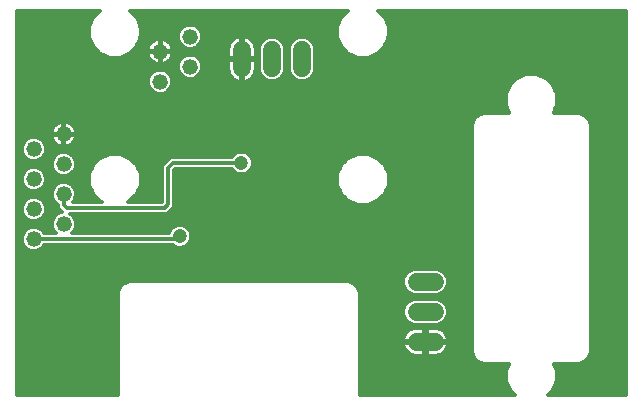
<source format=gtl>
G75*
G70*
%OFA0B0*%
%FSLAX24Y24*%
%IPPOS*%
%LPD*%
%AMOC8*
5,1,8,0,0,1.08239X$1,22.5*
%
%ADD10C,0.0520*%
%ADD11C,0.0600*%
%ADD12C,0.1581*%
%ADD13C,0.0120*%
%ADD14C,0.0475*%
D10*
X001195Y005812D03*
X002195Y006312D03*
X001195Y006812D03*
X002195Y007312D03*
X001195Y007812D03*
X002195Y008312D03*
X001195Y008812D03*
X002195Y009312D03*
X005408Y011064D03*
X006408Y011564D03*
X005408Y012064D03*
X006408Y012564D03*
D11*
X008136Y012114D02*
X008136Y011514D01*
X009136Y011514D02*
X009136Y012114D01*
X010136Y012114D02*
X010136Y011514D01*
X013954Y004388D02*
X014554Y004388D01*
X014554Y003388D02*
X013954Y003388D01*
X013954Y002388D02*
X014554Y002388D01*
D12*
X020199Y001341D03*
X020199Y012286D03*
X001380Y012286D03*
X001380Y001341D03*
D13*
X000640Y000600D02*
X000640Y013420D01*
X003394Y013420D01*
X003176Y013203D01*
X003046Y012889D01*
X003046Y012549D01*
X003176Y012235D01*
X003417Y011995D01*
X003730Y011865D01*
X004070Y011865D01*
X004384Y011995D01*
X004624Y012235D01*
X004754Y012549D01*
X004754Y012889D01*
X004624Y013203D01*
X004406Y013420D01*
X011662Y013420D01*
X011444Y013203D01*
X011314Y012889D01*
X011314Y012549D01*
X011444Y012235D01*
X011684Y011995D01*
X011998Y011865D01*
X012338Y011865D01*
X012651Y011995D01*
X012892Y012235D01*
X013022Y012549D01*
X013022Y012889D01*
X012892Y013203D01*
X012674Y013420D01*
X020940Y013420D01*
X020940Y000600D01*
X018335Y000600D01*
X018506Y000771D01*
X018636Y001085D01*
X018636Y001424D01*
X018541Y001653D01*
X019375Y001653D01*
X019552Y001726D01*
X019687Y001861D01*
X019760Y002037D01*
X019760Y009637D01*
X019687Y009814D01*
X019552Y009949D01*
X019375Y010022D01*
X018522Y010022D01*
X018636Y010297D01*
X018636Y010637D01*
X018506Y010951D01*
X018266Y011191D01*
X017952Y011321D01*
X017612Y011321D01*
X017298Y011191D01*
X017058Y010951D01*
X016928Y010637D01*
X016928Y010297D01*
X017043Y010022D01*
X016189Y010022D01*
X016012Y009949D01*
X015877Y009814D01*
X015804Y009637D01*
X015804Y002037D01*
X015877Y001861D01*
X016012Y001726D01*
X016189Y001653D01*
X017023Y001653D01*
X016928Y001424D01*
X016928Y001085D01*
X017058Y000771D01*
X017229Y000600D01*
X012057Y000600D01*
X012057Y004035D01*
X011984Y004211D01*
X011849Y004346D01*
X011673Y004419D01*
X004395Y004419D01*
X004219Y004346D01*
X004084Y004211D01*
X004011Y004035D01*
X004011Y000600D01*
X000640Y000600D01*
X000640Y000688D02*
X004011Y000688D01*
X004011Y000806D02*
X000640Y000806D01*
X000640Y000925D02*
X004011Y000925D01*
X004011Y001043D02*
X000640Y001043D01*
X000640Y001162D02*
X004011Y001162D01*
X004011Y001280D02*
X000640Y001280D01*
X000640Y001399D02*
X004011Y001399D01*
X004011Y001517D02*
X000640Y001517D01*
X000640Y001636D02*
X004011Y001636D01*
X004011Y001754D02*
X000640Y001754D01*
X000640Y001873D02*
X004011Y001873D01*
X004011Y001991D02*
X000640Y001991D01*
X000640Y002110D02*
X004011Y002110D01*
X004011Y002228D02*
X000640Y002228D01*
X000640Y002347D02*
X004011Y002347D01*
X004011Y002465D02*
X000640Y002465D01*
X000640Y002584D02*
X004011Y002584D01*
X004011Y002702D02*
X000640Y002702D01*
X000640Y002821D02*
X004011Y002821D01*
X004011Y002939D02*
X000640Y002939D01*
X000640Y003058D02*
X004011Y003058D01*
X004011Y003176D02*
X000640Y003176D01*
X000640Y003295D02*
X004011Y003295D01*
X004011Y003413D02*
X000640Y003413D01*
X000640Y003532D02*
X004011Y003532D01*
X004011Y003650D02*
X000640Y003650D01*
X000640Y003769D02*
X004011Y003769D01*
X004011Y003887D02*
X000640Y003887D01*
X000640Y004006D02*
X004011Y004006D01*
X004048Y004124D02*
X000640Y004124D01*
X000640Y004243D02*
X004116Y004243D01*
X004255Y004361D02*
X000640Y004361D01*
X000640Y004480D02*
X013516Y004480D01*
X013514Y004476D02*
X013514Y004301D01*
X013581Y004139D01*
X013705Y004015D01*
X013867Y003948D01*
X014642Y003948D01*
X014804Y004015D01*
X014928Y004139D01*
X014994Y004301D01*
X014994Y004476D01*
X014928Y004638D01*
X014804Y004761D01*
X014642Y004828D01*
X013867Y004828D01*
X013705Y004761D01*
X013581Y004638D01*
X013514Y004476D01*
X013514Y004361D02*
X011813Y004361D01*
X011952Y004243D02*
X013539Y004243D01*
X013596Y004124D02*
X012020Y004124D01*
X012057Y004006D02*
X013728Y004006D01*
X013867Y003828D02*
X013705Y003761D01*
X013581Y003638D01*
X013514Y003476D01*
X013514Y003301D01*
X013581Y003139D01*
X013705Y003015D01*
X013867Y002948D01*
X014642Y002948D01*
X014804Y003015D01*
X014928Y003139D01*
X014994Y003301D01*
X014994Y003476D01*
X014928Y003638D01*
X014804Y003761D01*
X014642Y003828D01*
X013867Y003828D01*
X013723Y003769D02*
X012057Y003769D01*
X012057Y003887D02*
X015804Y003887D01*
X015804Y003769D02*
X014786Y003769D01*
X014915Y003650D02*
X015804Y003650D01*
X015804Y003532D02*
X014971Y003532D01*
X014994Y003413D02*
X015804Y003413D01*
X015804Y003295D02*
X014992Y003295D01*
X014943Y003176D02*
X015804Y003176D01*
X015804Y003058D02*
X014846Y003058D01*
X014731Y002815D02*
X014662Y002837D01*
X014591Y002848D01*
X014294Y002848D01*
X014294Y002428D01*
X014214Y002428D01*
X014214Y002348D01*
X013495Y002348D01*
X013506Y002281D01*
X013528Y002212D01*
X013561Y002147D01*
X013604Y002089D01*
X013655Y002037D01*
X013713Y001995D01*
X013778Y001962D01*
X013847Y001940D01*
X013918Y001928D01*
X014214Y001928D01*
X014214Y002348D01*
X014294Y002348D01*
X014294Y001928D01*
X014591Y001928D01*
X014662Y001940D01*
X014731Y001962D01*
X014796Y001995D01*
X014854Y002037D01*
X014905Y002089D01*
X014948Y002147D01*
X014981Y002212D01*
X015003Y002281D01*
X015014Y002348D01*
X014294Y002348D01*
X014294Y002428D01*
X015014Y002428D01*
X015003Y002496D01*
X014981Y002565D01*
X014948Y002629D01*
X014905Y002688D01*
X014854Y002739D01*
X014796Y002782D01*
X014731Y002815D01*
X014712Y002821D02*
X015804Y002821D01*
X015804Y002939D02*
X012057Y002939D01*
X012057Y002821D02*
X013797Y002821D01*
X013778Y002815D02*
X013713Y002782D01*
X013655Y002739D01*
X013604Y002688D01*
X013561Y002629D01*
X013528Y002565D01*
X013506Y002496D01*
X013495Y002428D01*
X014214Y002428D01*
X014214Y002848D01*
X013918Y002848D01*
X013847Y002837D01*
X013778Y002815D01*
X013618Y002702D02*
X012057Y002702D01*
X012057Y002584D02*
X013538Y002584D01*
X013501Y002465D02*
X012057Y002465D01*
X012057Y002347D02*
X013495Y002347D01*
X013523Y002228D02*
X012057Y002228D01*
X012057Y002110D02*
X013588Y002110D01*
X013721Y001991D02*
X012057Y001991D01*
X012057Y001873D02*
X015872Y001873D01*
X015823Y001991D02*
X014788Y001991D01*
X014921Y002110D02*
X015804Y002110D01*
X015804Y002228D02*
X014986Y002228D01*
X015014Y002347D02*
X015804Y002347D01*
X015804Y002465D02*
X015008Y002465D01*
X014971Y002584D02*
X015804Y002584D01*
X015804Y002702D02*
X014891Y002702D01*
X014294Y002702D02*
X014214Y002702D01*
X014214Y002584D02*
X014294Y002584D01*
X014294Y002465D02*
X014214Y002465D01*
X014214Y002347D02*
X014294Y002347D01*
X014294Y002228D02*
X014214Y002228D01*
X014214Y002110D02*
X014294Y002110D01*
X014294Y001991D02*
X014214Y001991D01*
X014214Y002821D02*
X014294Y002821D01*
X013663Y003058D02*
X012057Y003058D01*
X012057Y003176D02*
X013566Y003176D01*
X013517Y003295D02*
X012057Y003295D01*
X012057Y003413D02*
X013514Y003413D01*
X013538Y003532D02*
X012057Y003532D01*
X012057Y003650D02*
X013594Y003650D01*
X014781Y004006D02*
X015804Y004006D01*
X015804Y004124D02*
X014913Y004124D01*
X014970Y004243D02*
X015804Y004243D01*
X015804Y004361D02*
X014994Y004361D01*
X014993Y004480D02*
X015804Y004480D01*
X015804Y004598D02*
X014944Y004598D01*
X014848Y004717D02*
X015804Y004717D01*
X015804Y004835D02*
X000640Y004835D01*
X000640Y004717D02*
X013661Y004717D01*
X013565Y004598D02*
X000640Y004598D01*
X000640Y004954D02*
X015804Y004954D01*
X015804Y005072D02*
X000640Y005072D01*
X000640Y005191D02*
X015804Y005191D01*
X015804Y005309D02*
X000640Y005309D01*
X000640Y005428D02*
X001077Y005428D01*
X001116Y005412D02*
X000969Y005472D01*
X000856Y005585D01*
X000795Y005732D01*
X000795Y005891D01*
X000856Y006038D01*
X000969Y006151D01*
X001116Y006212D01*
X001275Y006212D01*
X001422Y006151D01*
X001535Y006038D01*
X001546Y006012D01*
X001930Y006012D01*
X001856Y006085D01*
X001795Y006232D01*
X001795Y006391D01*
X001856Y006538D01*
X001969Y006651D01*
X002116Y006712D01*
X002144Y006712D01*
X001995Y006861D01*
X001995Y006961D01*
X001969Y006972D01*
X001856Y007085D01*
X001795Y007232D01*
X001795Y007391D01*
X001856Y007538D01*
X001969Y007651D01*
X002116Y007712D01*
X002275Y007712D01*
X002422Y007651D01*
X002535Y007538D01*
X002595Y007391D01*
X002595Y007232D01*
X002535Y007085D01*
X002502Y007053D01*
X003468Y007053D01*
X003417Y007074D01*
X003176Y007314D01*
X003046Y007628D01*
X003046Y007968D01*
X003176Y008281D01*
X003417Y008522D01*
X003730Y008651D01*
X004070Y008651D01*
X004384Y008522D01*
X004624Y008281D01*
X004754Y007968D01*
X004754Y007628D01*
X004624Y007314D01*
X004384Y007074D01*
X004333Y007053D01*
X005471Y007053D01*
X005472Y007054D01*
X005472Y008274D01*
X005629Y008432D01*
X005746Y008549D01*
X007787Y008549D01*
X007793Y008563D01*
X007899Y008669D01*
X008038Y008726D01*
X008188Y008726D01*
X008327Y008669D01*
X008433Y008563D01*
X008490Y008424D01*
X008490Y008274D01*
X008433Y008135D01*
X008327Y008029D01*
X008188Y007971D01*
X008038Y007971D01*
X007899Y008029D01*
X007793Y008135D01*
X007787Y008149D01*
X005912Y008149D01*
X005872Y008109D01*
X005872Y006888D01*
X005755Y006771D01*
X005637Y006653D01*
X002417Y006653D01*
X002422Y006651D01*
X002535Y006538D01*
X002595Y006391D01*
X002595Y006232D01*
X002535Y006085D01*
X002461Y006012D01*
X005700Y006012D01*
X005745Y006122D01*
X005852Y006228D01*
X005990Y006286D01*
X006141Y006286D01*
X006279Y006228D01*
X006386Y006122D01*
X006443Y005983D01*
X006443Y005833D01*
X006386Y005694D01*
X006279Y005588D01*
X006141Y005531D01*
X005990Y005531D01*
X005852Y005588D01*
X005828Y005612D01*
X001546Y005612D01*
X001535Y005585D01*
X001422Y005472D01*
X001275Y005412D01*
X001116Y005412D01*
X001314Y005428D02*
X015804Y005428D01*
X015804Y005546D02*
X006179Y005546D01*
X006356Y005665D02*
X015804Y005665D01*
X015804Y005783D02*
X006422Y005783D01*
X006443Y005902D02*
X015804Y005902D01*
X015804Y006020D02*
X006428Y006020D01*
X006369Y006139D02*
X015804Y006139D01*
X015804Y006257D02*
X006209Y006257D01*
X005922Y006257D02*
X002595Y006257D01*
X002595Y006376D02*
X015804Y006376D01*
X015804Y006494D02*
X002553Y006494D01*
X002460Y006613D02*
X015804Y006613D01*
X015804Y006731D02*
X005715Y006731D01*
X005833Y006850D02*
X015804Y006850D01*
X015804Y006968D02*
X012396Y006968D01*
X012338Y006944D02*
X012651Y007074D01*
X012892Y007314D01*
X013022Y007628D01*
X013022Y007968D01*
X012892Y008281D01*
X012651Y008522D01*
X012338Y008651D01*
X011998Y008651D01*
X011684Y008522D01*
X011444Y008281D01*
X011314Y007968D01*
X011314Y007628D01*
X011444Y007314D01*
X011684Y007074D01*
X011998Y006944D01*
X012338Y006944D01*
X012664Y007087D02*
X015804Y007087D01*
X015804Y007205D02*
X012783Y007205D01*
X012896Y007324D02*
X015804Y007324D01*
X015804Y007442D02*
X012945Y007442D01*
X012994Y007561D02*
X015804Y007561D01*
X015804Y007679D02*
X013022Y007679D01*
X013022Y007798D02*
X015804Y007798D01*
X015804Y007916D02*
X013022Y007916D01*
X012994Y008035D02*
X015804Y008035D01*
X015804Y008153D02*
X012945Y008153D01*
X012896Y008272D02*
X015804Y008272D01*
X015804Y008390D02*
X012783Y008390D01*
X012664Y008509D02*
X015804Y008509D01*
X015804Y008627D02*
X012396Y008627D01*
X011940Y008627D02*
X008368Y008627D01*
X008455Y008509D02*
X011672Y008509D01*
X011553Y008390D02*
X008490Y008390D01*
X008489Y008272D02*
X011440Y008272D01*
X011391Y008153D02*
X008440Y008153D01*
X008332Y008035D02*
X011342Y008035D01*
X011314Y007916D02*
X005872Y007916D01*
X005872Y007798D02*
X011314Y007798D01*
X011314Y007679D02*
X005872Y007679D01*
X005872Y007561D02*
X011342Y007561D01*
X011391Y007442D02*
X005872Y007442D01*
X005872Y007324D02*
X011440Y007324D01*
X011553Y007205D02*
X005872Y007205D01*
X005872Y007087D02*
X011672Y007087D01*
X011940Y006968D02*
X005872Y006968D01*
X005672Y006971D02*
X005672Y008191D01*
X005829Y008349D01*
X008113Y008349D01*
X007857Y008627D02*
X004128Y008627D01*
X004396Y008509D02*
X005706Y008509D01*
X005588Y008390D02*
X004515Y008390D01*
X004628Y008272D02*
X005472Y008272D01*
X005472Y008153D02*
X004677Y008153D01*
X004726Y008035D02*
X005472Y008035D01*
X005472Y007916D02*
X004754Y007916D01*
X004754Y007798D02*
X005472Y007798D01*
X005472Y007679D02*
X004754Y007679D01*
X004726Y007561D02*
X005472Y007561D01*
X005472Y007442D02*
X004677Y007442D01*
X004628Y007324D02*
X005472Y007324D01*
X005472Y007205D02*
X004515Y007205D01*
X004396Y007087D02*
X005472Y007087D01*
X005672Y006971D02*
X005554Y006853D01*
X002286Y006853D01*
X002195Y006943D01*
X002195Y007312D01*
X002574Y007442D02*
X003123Y007442D01*
X003172Y007324D02*
X002595Y007324D01*
X002584Y007205D02*
X003285Y007205D01*
X003404Y007087D02*
X002535Y007087D01*
X001979Y006968D02*
X001563Y006968D01*
X001535Y007038D02*
X001422Y007151D01*
X001275Y007212D01*
X001116Y007212D01*
X000969Y007151D01*
X000856Y007038D01*
X000795Y006891D01*
X000795Y006732D01*
X000856Y006585D01*
X000969Y006472D01*
X001116Y006412D01*
X001275Y006412D01*
X001422Y006472D01*
X001535Y006585D01*
X001595Y006732D01*
X001595Y006891D01*
X001535Y007038D01*
X001486Y007087D02*
X001856Y007087D01*
X001806Y007205D02*
X001290Y007205D01*
X001101Y007205D02*
X000640Y007205D01*
X000640Y007087D02*
X000905Y007087D01*
X000827Y006968D02*
X000640Y006968D01*
X000640Y006850D02*
X000795Y006850D01*
X000796Y006731D02*
X000640Y006731D01*
X000640Y006613D02*
X000845Y006613D01*
X000947Y006494D02*
X000640Y006494D01*
X000640Y006376D02*
X001795Y006376D01*
X001795Y006257D02*
X000640Y006257D01*
X000640Y006139D02*
X000957Y006139D01*
X000849Y006020D02*
X000640Y006020D01*
X000640Y005902D02*
X000800Y005902D01*
X000795Y005783D02*
X000640Y005783D01*
X000640Y005665D02*
X000823Y005665D01*
X000895Y005546D02*
X000640Y005546D01*
X001195Y005812D02*
X005969Y005812D01*
X006066Y005908D01*
X005952Y005546D02*
X001496Y005546D01*
X001542Y006020D02*
X001921Y006020D01*
X001834Y006139D02*
X001434Y006139D01*
X001444Y006494D02*
X001838Y006494D01*
X001931Y006613D02*
X001546Y006613D01*
X001595Y006731D02*
X002125Y006731D01*
X002006Y006850D02*
X001595Y006850D01*
X001795Y007324D02*
X000640Y007324D01*
X000640Y007442D02*
X001042Y007442D01*
X000969Y007472D02*
X001116Y007412D01*
X001275Y007412D01*
X001422Y007472D01*
X001535Y007585D01*
X001595Y007732D01*
X001595Y007891D01*
X001535Y008038D01*
X001422Y008151D01*
X001275Y008212D01*
X001116Y008212D01*
X000969Y008151D01*
X000856Y008038D01*
X000795Y007891D01*
X000795Y007732D01*
X000856Y007585D01*
X000969Y007472D01*
X000881Y007561D02*
X000640Y007561D01*
X000640Y007679D02*
X000817Y007679D01*
X000795Y007798D02*
X000640Y007798D01*
X000640Y007916D02*
X000806Y007916D01*
X000855Y008035D02*
X000640Y008035D01*
X000640Y008153D02*
X000975Y008153D01*
X001116Y008412D02*
X001275Y008412D01*
X001422Y008472D01*
X001535Y008585D01*
X001595Y008732D01*
X001595Y008891D01*
X001535Y009038D01*
X001422Y009151D01*
X001275Y009212D01*
X001116Y009212D01*
X000969Y009151D01*
X000856Y009038D01*
X000795Y008891D01*
X000795Y008732D01*
X000856Y008585D01*
X000969Y008472D01*
X001116Y008412D01*
X000933Y008509D02*
X000640Y008509D01*
X000640Y008627D02*
X000839Y008627D01*
X000795Y008746D02*
X000640Y008746D01*
X000640Y008864D02*
X000795Y008864D01*
X000833Y008983D02*
X000640Y008983D01*
X000640Y009101D02*
X000919Y009101D01*
X000640Y009220D02*
X001785Y009220D01*
X001786Y009213D02*
X001806Y009150D01*
X001836Y009091D01*
X001875Y009038D01*
X001922Y008991D01*
X001975Y008952D01*
X002034Y008922D01*
X002097Y008902D01*
X002162Y008892D01*
X002175Y008892D01*
X002175Y009292D01*
X001775Y009292D01*
X001775Y009279D01*
X001786Y009213D01*
X001775Y009332D02*
X002175Y009332D01*
X002175Y009732D01*
X002162Y009732D01*
X002097Y009721D01*
X002034Y009701D01*
X001975Y009671D01*
X001922Y009632D01*
X001875Y009585D01*
X001836Y009532D01*
X001806Y009473D01*
X001786Y009410D01*
X001775Y009345D01*
X001775Y009332D01*
X001775Y009338D02*
X000640Y009338D01*
X000640Y009457D02*
X001801Y009457D01*
X001868Y009575D02*
X000640Y009575D01*
X000640Y009694D02*
X002020Y009694D01*
X002175Y009694D02*
X002215Y009694D01*
X002215Y009732D02*
X002215Y009332D01*
X002175Y009332D01*
X002175Y009292D01*
X002215Y009292D01*
X002215Y008892D01*
X002228Y008892D01*
X002294Y008902D01*
X002357Y008922D01*
X002416Y008952D01*
X002469Y008991D01*
X002516Y009038D01*
X002555Y009091D01*
X002585Y009150D01*
X002605Y009213D01*
X002615Y009279D01*
X002615Y009292D01*
X002215Y009292D01*
X002215Y009332D01*
X002615Y009332D01*
X002615Y009345D01*
X002605Y009410D01*
X002585Y009473D01*
X002555Y009532D01*
X002516Y009585D01*
X002469Y009632D01*
X002416Y009671D01*
X002357Y009701D01*
X002294Y009721D01*
X002228Y009732D01*
X002215Y009732D01*
X002370Y009694D02*
X015828Y009694D01*
X015804Y009575D02*
X002523Y009575D01*
X002590Y009457D02*
X015804Y009457D01*
X015804Y009338D02*
X002615Y009338D01*
X002606Y009220D02*
X015804Y009220D01*
X015804Y009101D02*
X002560Y009101D01*
X002457Y008983D02*
X015804Y008983D01*
X015804Y008864D02*
X001595Y008864D01*
X001595Y008746D02*
X015804Y008746D01*
X015877Y009812D02*
X000640Y009812D01*
X000640Y009931D02*
X015995Y009931D01*
X016933Y010286D02*
X000640Y010286D01*
X000640Y010168D02*
X016982Y010168D01*
X017031Y010049D02*
X000640Y010049D01*
X000640Y010405D02*
X016928Y010405D01*
X016928Y010523D02*
X000640Y010523D01*
X000640Y010642D02*
X016930Y010642D01*
X016979Y010760D02*
X005670Y010760D01*
X005635Y010724D02*
X005747Y010837D01*
X005808Y010984D01*
X005808Y011143D01*
X005747Y011290D01*
X005635Y011403D01*
X005488Y011464D01*
X005328Y011464D01*
X005181Y011403D01*
X005069Y011290D01*
X005008Y011143D01*
X005008Y010984D01*
X005069Y010837D01*
X005181Y010724D01*
X005328Y010664D01*
X005488Y010664D01*
X005635Y010724D01*
X005764Y010879D02*
X017029Y010879D01*
X017105Y010997D02*
X005808Y010997D01*
X005808Y011116D02*
X007904Y011116D01*
X007895Y011120D02*
X007960Y011087D01*
X008029Y011065D01*
X008096Y011054D01*
X008096Y011774D01*
X007676Y011774D01*
X007676Y011477D01*
X007688Y011406D01*
X007710Y011337D01*
X007743Y011272D01*
X007786Y011214D01*
X007837Y011163D01*
X007895Y011120D01*
X007771Y011234D02*
X006644Y011234D01*
X006635Y011224D02*
X006747Y011337D01*
X006808Y011484D01*
X006808Y011643D01*
X006747Y011790D01*
X006635Y011903D01*
X006488Y011964D01*
X006328Y011964D01*
X006181Y011903D01*
X006069Y011790D01*
X006008Y011643D01*
X006008Y011484D01*
X006069Y011337D01*
X006181Y011224D01*
X006328Y011164D01*
X006488Y011164D01*
X006635Y011224D01*
X006754Y011353D02*
X007705Y011353D01*
X007677Y011471D02*
X006803Y011471D01*
X006808Y011590D02*
X007676Y011590D01*
X007676Y011708D02*
X006781Y011708D01*
X006710Y011827D02*
X008096Y011827D01*
X008096Y011854D02*
X008096Y011774D01*
X008176Y011774D01*
X008176Y011854D01*
X008096Y011854D01*
X008096Y012573D01*
X008029Y012562D01*
X007960Y012540D01*
X007895Y012507D01*
X007837Y012464D01*
X007786Y012413D01*
X007743Y012355D01*
X007710Y012290D01*
X007688Y012221D01*
X007676Y012150D01*
X007676Y011854D01*
X008096Y011854D01*
X008176Y011854D02*
X008176Y012573D01*
X008244Y012562D01*
X008313Y012540D01*
X008377Y012507D01*
X008436Y012464D01*
X008487Y012413D01*
X008530Y012355D01*
X008563Y012290D01*
X008585Y012221D01*
X008596Y012150D01*
X008596Y011854D01*
X008176Y011854D01*
X008176Y011827D02*
X008696Y011827D01*
X008596Y011774D02*
X008176Y011774D01*
X008176Y011054D01*
X008244Y011065D01*
X008313Y011087D01*
X008377Y011120D01*
X008436Y011163D01*
X008487Y011214D01*
X008530Y011272D01*
X008563Y011337D01*
X008585Y011406D01*
X008596Y011477D01*
X008596Y011774D01*
X008596Y011708D02*
X008696Y011708D01*
X008696Y011590D02*
X008596Y011590D01*
X008595Y011471D02*
X008696Y011471D01*
X008696Y011426D02*
X008763Y011264D01*
X008887Y011141D01*
X009049Y011074D01*
X009224Y011074D01*
X009386Y011141D01*
X009509Y011264D01*
X009576Y011426D01*
X009576Y012201D01*
X009509Y012363D01*
X009386Y012487D01*
X009224Y012554D01*
X009049Y012554D01*
X008887Y012487D01*
X008763Y012363D01*
X008696Y012201D01*
X008696Y011426D01*
X008727Y011353D02*
X008568Y011353D01*
X008502Y011234D02*
X008793Y011234D01*
X008947Y011116D02*
X008369Y011116D01*
X008176Y011116D02*
X008096Y011116D01*
X008096Y011234D02*
X008176Y011234D01*
X008176Y011353D02*
X008096Y011353D01*
X008096Y011471D02*
X008176Y011471D01*
X008176Y011590D02*
X008096Y011590D01*
X008096Y011708D02*
X008176Y011708D01*
X008176Y011945D02*
X008096Y011945D01*
X008096Y012064D02*
X008176Y012064D01*
X008176Y012182D02*
X008096Y012182D01*
X008096Y012301D02*
X008176Y012301D01*
X008176Y012419D02*
X008096Y012419D01*
X008096Y012538D02*
X008176Y012538D01*
X008317Y012538D02*
X009011Y012538D01*
X008820Y012419D02*
X008481Y012419D01*
X008557Y012301D02*
X008738Y012301D01*
X008696Y012182D02*
X008591Y012182D01*
X008596Y012064D02*
X008696Y012064D01*
X008696Y011945D02*
X008596Y011945D01*
X007956Y012538D02*
X006808Y012538D01*
X006808Y012484D02*
X006747Y012337D01*
X006635Y012224D01*
X006488Y012164D01*
X006328Y012164D01*
X006181Y012224D01*
X006069Y012337D01*
X006008Y012484D01*
X006008Y012643D01*
X006069Y012790D01*
X006181Y012903D01*
X006328Y012964D01*
X006488Y012964D01*
X006635Y012903D01*
X006747Y012790D01*
X006808Y012643D01*
X006808Y012484D01*
X006781Y012419D02*
X007792Y012419D01*
X007716Y012301D02*
X006711Y012301D01*
X006533Y012182D02*
X007682Y012182D01*
X007676Y012064D02*
X005428Y012064D01*
X005428Y012084D02*
X005828Y012084D01*
X005828Y012097D01*
X005818Y012162D01*
X005797Y012225D01*
X005767Y012284D01*
X005728Y012337D01*
X005682Y012384D01*
X005628Y012423D01*
X005569Y012453D01*
X005506Y012473D01*
X005441Y012484D01*
X005428Y012484D01*
X005428Y012084D01*
X005388Y012084D01*
X005388Y012484D01*
X005375Y012484D01*
X005310Y012473D01*
X005247Y012453D01*
X005188Y012423D01*
X005134Y012384D01*
X005088Y012337D01*
X005049Y012284D01*
X005019Y012225D01*
X004998Y012162D01*
X004988Y012097D01*
X004988Y012084D01*
X005388Y012084D01*
X005388Y012044D01*
X004988Y012044D01*
X004988Y012030D01*
X004998Y011965D01*
X005019Y011902D01*
X005049Y011843D01*
X005088Y011790D01*
X005134Y011743D01*
X005188Y011704D01*
X005247Y011674D01*
X005310Y011654D01*
X005375Y011644D01*
X005388Y011644D01*
X005388Y012044D01*
X005428Y012044D01*
X005428Y012084D01*
X005428Y012044D02*
X005828Y012044D01*
X005828Y012030D01*
X005818Y011965D01*
X005797Y011902D01*
X005767Y011843D01*
X005728Y011790D01*
X005682Y011743D01*
X005628Y011704D01*
X005569Y011674D01*
X005506Y011654D01*
X005441Y011644D01*
X005428Y011644D01*
X005428Y012044D01*
X005388Y012064D02*
X004452Y012064D01*
X004571Y012182D02*
X005005Y012182D01*
X005061Y012301D02*
X004651Y012301D01*
X004700Y012419D02*
X005183Y012419D01*
X005388Y012419D02*
X005428Y012419D01*
X005428Y012301D02*
X005388Y012301D01*
X005388Y012182D02*
X005428Y012182D01*
X005755Y012301D02*
X006105Y012301D01*
X006035Y012419D02*
X005633Y012419D01*
X006008Y012538D02*
X004749Y012538D01*
X004754Y012656D02*
X006013Y012656D01*
X006063Y012775D02*
X004754Y012775D01*
X004752Y012893D02*
X006172Y012893D01*
X006644Y012893D02*
X011316Y012893D01*
X011314Y012775D02*
X006753Y012775D01*
X006803Y012656D02*
X011314Y012656D01*
X011319Y012538D02*
X010262Y012538D01*
X010224Y012554D02*
X010049Y012554D01*
X009887Y012487D01*
X009763Y012363D01*
X009696Y012201D01*
X009696Y011426D01*
X009763Y011264D01*
X009887Y011141D01*
X010049Y011074D01*
X010224Y011074D01*
X010386Y011141D01*
X010509Y011264D01*
X010576Y011426D01*
X010576Y012201D01*
X010509Y012363D01*
X010386Y012487D01*
X010224Y012554D01*
X010011Y012538D02*
X009262Y012538D01*
X009453Y012419D02*
X009820Y012419D01*
X009738Y012301D02*
X009535Y012301D01*
X009576Y012182D02*
X009696Y012182D01*
X009696Y012064D02*
X009576Y012064D01*
X009576Y011945D02*
X009696Y011945D01*
X009696Y011827D02*
X009576Y011827D01*
X009576Y011708D02*
X009696Y011708D01*
X009696Y011590D02*
X009576Y011590D01*
X009576Y011471D02*
X009696Y011471D01*
X009727Y011353D02*
X009546Y011353D01*
X009479Y011234D02*
X009793Y011234D01*
X009947Y011116D02*
X009326Y011116D01*
X010326Y011116D02*
X017223Y011116D01*
X017403Y011234D02*
X010479Y011234D01*
X010546Y011353D02*
X020940Y011353D01*
X020940Y011471D02*
X010576Y011471D01*
X010576Y011590D02*
X020940Y011590D01*
X020940Y011708D02*
X010576Y011708D01*
X010576Y011827D02*
X020940Y011827D01*
X020940Y011945D02*
X012531Y011945D01*
X012720Y012064D02*
X020940Y012064D01*
X020940Y012182D02*
X012838Y012182D01*
X012919Y012301D02*
X020940Y012301D01*
X020940Y012419D02*
X012968Y012419D01*
X013017Y012538D02*
X020940Y012538D01*
X020940Y012656D02*
X013022Y012656D01*
X013022Y012775D02*
X020940Y012775D01*
X020940Y012893D02*
X013020Y012893D01*
X012971Y013012D02*
X020940Y013012D01*
X020940Y013130D02*
X012922Y013130D01*
X012845Y013249D02*
X020940Y013249D01*
X020940Y013367D02*
X012727Y013367D01*
X011609Y013367D02*
X004459Y013367D01*
X004578Y013249D02*
X011490Y013249D01*
X011414Y013130D02*
X004654Y013130D01*
X004703Y013012D02*
X011365Y013012D01*
X011368Y012419D02*
X010453Y012419D01*
X010535Y012301D02*
X011417Y012301D01*
X011497Y012182D02*
X010576Y012182D01*
X010576Y012064D02*
X011616Y012064D01*
X011805Y011945D02*
X010576Y011945D01*
X007676Y011945D02*
X006532Y011945D01*
X006284Y011945D02*
X005811Y011945D01*
X005755Y011827D02*
X006106Y011827D01*
X006035Y011708D02*
X005634Y011708D01*
X005428Y011708D02*
X005388Y011708D01*
X005388Y011827D02*
X005428Y011827D01*
X005428Y011945D02*
X005388Y011945D01*
X005182Y011708D02*
X000640Y011708D01*
X000640Y011590D02*
X006008Y011590D01*
X006013Y011471D02*
X000640Y011471D01*
X000640Y011353D02*
X005132Y011353D01*
X005046Y011234D02*
X000640Y011234D01*
X000640Y011116D02*
X005008Y011116D01*
X005008Y010997D02*
X000640Y010997D01*
X000640Y010879D02*
X005052Y010879D01*
X005146Y010760D02*
X000640Y010760D01*
X000640Y011827D02*
X005061Y011827D01*
X005005Y011945D02*
X004263Y011945D01*
X003537Y011945D02*
X000640Y011945D01*
X000640Y012064D02*
X003348Y012064D01*
X003230Y012182D02*
X000640Y012182D01*
X000640Y012301D02*
X003149Y012301D01*
X003100Y012419D02*
X000640Y012419D01*
X000640Y012538D02*
X003051Y012538D01*
X003046Y012656D02*
X000640Y012656D01*
X000640Y012775D02*
X003046Y012775D01*
X003048Y012893D02*
X000640Y012893D01*
X000640Y013012D02*
X003097Y013012D01*
X003146Y013130D02*
X000640Y013130D01*
X000640Y013249D02*
X003223Y013249D01*
X003341Y013367D02*
X000640Y013367D01*
X005811Y012182D02*
X006283Y012182D01*
X006062Y011353D02*
X005684Y011353D01*
X005770Y011234D02*
X006172Y011234D01*
X003672Y008627D02*
X002445Y008627D01*
X002422Y008651D02*
X002275Y008712D01*
X002116Y008712D01*
X001969Y008651D01*
X001856Y008538D01*
X001795Y008391D01*
X001795Y008232D01*
X001856Y008085D01*
X001969Y007972D01*
X002116Y007912D01*
X002275Y007912D01*
X002422Y007972D01*
X002535Y008085D01*
X002595Y008232D01*
X002595Y008391D01*
X002535Y008538D01*
X002422Y008651D01*
X002547Y008509D02*
X003404Y008509D01*
X003285Y008390D02*
X002595Y008390D01*
X002595Y008272D02*
X003172Y008272D01*
X003123Y008153D02*
X002563Y008153D01*
X002484Y008035D02*
X003074Y008035D01*
X003046Y007916D02*
X002286Y007916D01*
X002104Y007916D02*
X001585Y007916D01*
X001595Y007798D02*
X003046Y007798D01*
X003046Y007679D02*
X002353Y007679D01*
X002512Y007561D02*
X003074Y007561D01*
X002038Y007679D02*
X001574Y007679D01*
X001510Y007561D02*
X001879Y007561D01*
X001817Y007442D02*
X001349Y007442D01*
X001536Y008035D02*
X001907Y008035D01*
X001828Y008153D02*
X001416Y008153D01*
X001795Y008272D02*
X000640Y008272D01*
X000640Y008390D02*
X001795Y008390D01*
X001844Y008509D02*
X001458Y008509D01*
X001552Y008627D02*
X001945Y008627D01*
X001933Y008983D02*
X001557Y008983D01*
X001471Y009101D02*
X001831Y009101D01*
X002175Y009101D02*
X002215Y009101D01*
X002215Y008983D02*
X002175Y008983D01*
X002175Y009220D02*
X002215Y009220D01*
X002215Y009338D02*
X002175Y009338D01*
X002175Y009457D02*
X002215Y009457D01*
X002215Y009575D02*
X002175Y009575D01*
X005872Y008035D02*
X007893Y008035D01*
X005762Y006139D02*
X002557Y006139D01*
X002470Y006020D02*
X005703Y006020D01*
X012057Y001754D02*
X015984Y001754D01*
X016928Y001399D02*
X012057Y001399D01*
X012057Y001517D02*
X016967Y001517D01*
X017016Y001636D02*
X012057Y001636D01*
X012057Y001280D02*
X016928Y001280D01*
X016928Y001162D02*
X012057Y001162D01*
X012057Y001043D02*
X016945Y001043D01*
X016995Y000925D02*
X012057Y000925D01*
X012057Y000806D02*
X017044Y000806D01*
X017141Y000688D02*
X012057Y000688D01*
X018423Y000688D02*
X020940Y000688D01*
X020940Y000806D02*
X018520Y000806D01*
X018570Y000925D02*
X020940Y000925D01*
X020940Y001043D02*
X018619Y001043D01*
X018636Y001162D02*
X020940Y001162D01*
X020940Y001280D02*
X018636Y001280D01*
X018636Y001399D02*
X020940Y001399D01*
X020940Y001517D02*
X018597Y001517D01*
X018548Y001636D02*
X020940Y001636D01*
X020940Y001754D02*
X019580Y001754D01*
X019692Y001873D02*
X020940Y001873D01*
X020940Y001991D02*
X019741Y001991D01*
X019760Y002110D02*
X020940Y002110D01*
X020940Y002228D02*
X019760Y002228D01*
X019760Y002347D02*
X020940Y002347D01*
X020940Y002465D02*
X019760Y002465D01*
X019760Y002584D02*
X020940Y002584D01*
X020940Y002702D02*
X019760Y002702D01*
X019760Y002821D02*
X020940Y002821D01*
X020940Y002939D02*
X019760Y002939D01*
X019760Y003058D02*
X020940Y003058D01*
X020940Y003176D02*
X019760Y003176D01*
X019760Y003295D02*
X020940Y003295D01*
X020940Y003413D02*
X019760Y003413D01*
X019760Y003532D02*
X020940Y003532D01*
X020940Y003650D02*
X019760Y003650D01*
X019760Y003769D02*
X020940Y003769D01*
X020940Y003887D02*
X019760Y003887D01*
X019760Y004006D02*
X020940Y004006D01*
X020940Y004124D02*
X019760Y004124D01*
X019760Y004243D02*
X020940Y004243D01*
X020940Y004361D02*
X019760Y004361D01*
X019760Y004480D02*
X020940Y004480D01*
X020940Y004598D02*
X019760Y004598D01*
X019760Y004717D02*
X020940Y004717D01*
X020940Y004835D02*
X019760Y004835D01*
X019760Y004954D02*
X020940Y004954D01*
X020940Y005072D02*
X019760Y005072D01*
X019760Y005191D02*
X020940Y005191D01*
X020940Y005309D02*
X019760Y005309D01*
X019760Y005428D02*
X020940Y005428D01*
X020940Y005546D02*
X019760Y005546D01*
X019760Y005665D02*
X020940Y005665D01*
X020940Y005783D02*
X019760Y005783D01*
X019760Y005902D02*
X020940Y005902D01*
X020940Y006020D02*
X019760Y006020D01*
X019760Y006139D02*
X020940Y006139D01*
X020940Y006257D02*
X019760Y006257D01*
X019760Y006376D02*
X020940Y006376D01*
X020940Y006494D02*
X019760Y006494D01*
X019760Y006613D02*
X020940Y006613D01*
X020940Y006731D02*
X019760Y006731D01*
X019760Y006850D02*
X020940Y006850D01*
X020940Y006968D02*
X019760Y006968D01*
X019760Y007087D02*
X020940Y007087D01*
X020940Y007205D02*
X019760Y007205D01*
X019760Y007324D02*
X020940Y007324D01*
X020940Y007442D02*
X019760Y007442D01*
X019760Y007561D02*
X020940Y007561D01*
X020940Y007679D02*
X019760Y007679D01*
X019760Y007798D02*
X020940Y007798D01*
X020940Y007916D02*
X019760Y007916D01*
X019760Y008035D02*
X020940Y008035D01*
X020940Y008153D02*
X019760Y008153D01*
X019760Y008272D02*
X020940Y008272D01*
X020940Y008390D02*
X019760Y008390D01*
X019760Y008509D02*
X020940Y008509D01*
X020940Y008627D02*
X019760Y008627D01*
X019760Y008746D02*
X020940Y008746D01*
X020940Y008864D02*
X019760Y008864D01*
X019760Y008983D02*
X020940Y008983D01*
X020940Y009101D02*
X019760Y009101D01*
X019760Y009220D02*
X020940Y009220D01*
X020940Y009338D02*
X019760Y009338D01*
X019760Y009457D02*
X020940Y009457D01*
X020940Y009575D02*
X019760Y009575D01*
X019736Y009694D02*
X020940Y009694D01*
X020940Y009812D02*
X019687Y009812D01*
X019570Y009931D02*
X020940Y009931D01*
X020940Y010049D02*
X018533Y010049D01*
X018582Y010168D02*
X020940Y010168D01*
X020940Y010286D02*
X018631Y010286D01*
X018636Y010405D02*
X020940Y010405D01*
X020940Y010523D02*
X018636Y010523D01*
X018634Y010642D02*
X020940Y010642D01*
X020940Y010760D02*
X018585Y010760D01*
X018536Y010879D02*
X020940Y010879D01*
X020940Y010997D02*
X018459Y010997D01*
X018341Y011116D02*
X020940Y011116D01*
X020940Y011234D02*
X018161Y011234D01*
D14*
X008113Y008349D03*
X006066Y005908D03*
M02*

</source>
